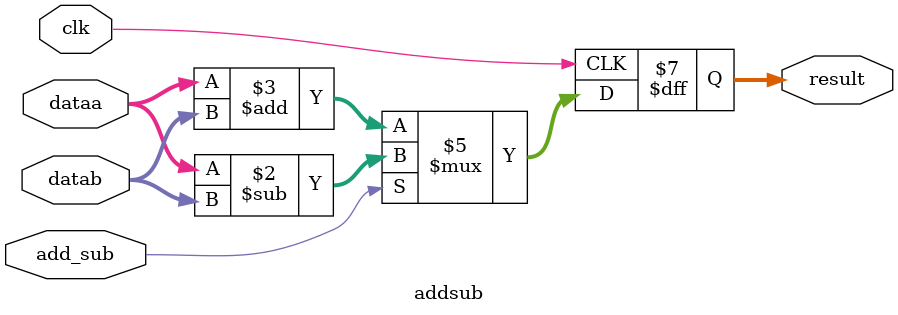
<source format=v>
module addsub
(
	input [8:0] dataa,
	input [8:0] datab,
	input add_sub,	  // if this is 0, add; if 1, subtract
	input clk,
	output reg [8:0] result
);

	always @ (posedge clk)
	begin
		if (add_sub)
			result <= dataa - datab;
		else
			result <= dataa + datab;
	end

endmodule

</source>
